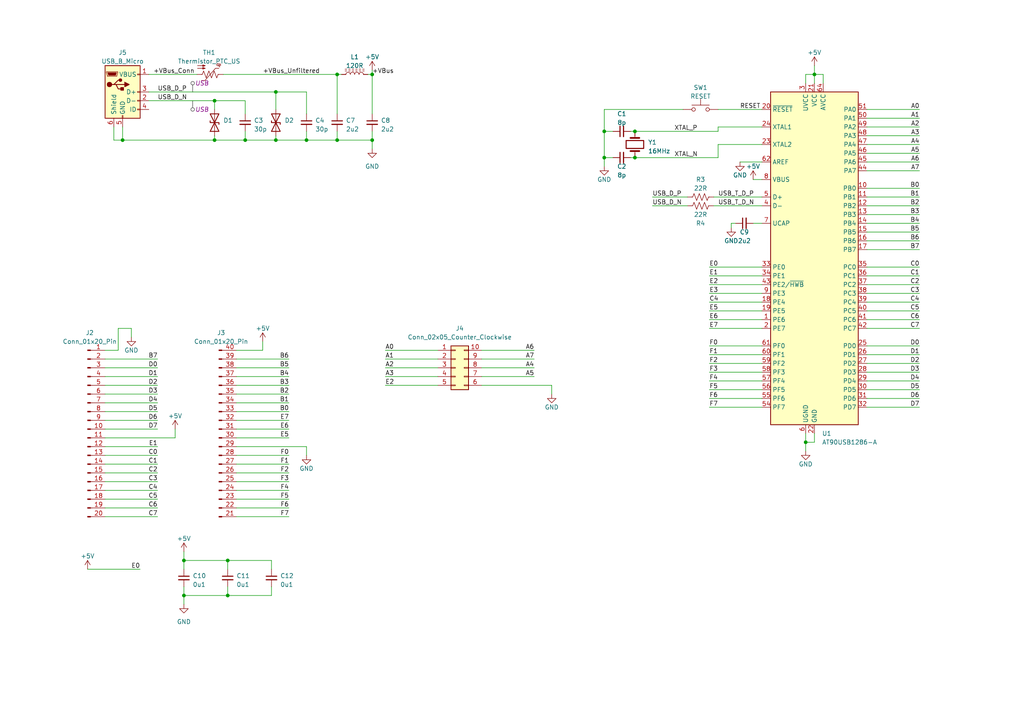
<source format=kicad_sch>
(kicad_sch (version 20250114) (generator "eeschema") (generator_version "9.0")
  (paper "A4")
  (lib_symbols
    (symbol "Conn_01x20_Pin_1" (pin_names (offset 1.016) (hide yes))
      (property "Reference" "J3" (at 0.635 27.94 0))
      (property "Value" "Conn_01x20_Pin" (at 0.635 25.4 0))
      (symbol "Conn_01x20_Pin_1_1_1"
        (rectangle (start 0.8636 22.987) (end 0 22.733) (stroke (width 0.1524)) (fill (type outline)))
        (rectangle (start 0.8636 20.447) (end 0 20.193) (stroke (width 0.1524)) (fill (type outline)))
        (rectangle (start 0.8636 17.907) (end 0 17.653) (stroke (width 0.1524)) (fill (type outline)))
        (rectangle (start 0.8636 15.367) (end 0 15.113) (stroke (width 0.1524)) (fill (type outline)))
        (rectangle (start 0.8636 12.827) (end 0 12.573) (stroke (width 0.1524)) (fill (type outline)))
        (rectangle (start 0.8636 10.287) (end 0 10.033) (stroke (width 0.1524)) (fill (type outline)))
        (rectangle (start 0.8636 7.747) (end 0 7.493) (stroke (width 0.1524)) (fill (type outline)))
        (rectangle (start 0.8636 5.207) (end 0 4.953) (stroke (width 0.1524)) (fill (type outline)))
        (rectangle (start 0.8636 2.667) (end 0 2.413) (stroke (width 0.1524)) (fill (type outline)))
        (rectangle (start 0.8636 0.127) (end 0 -0.127) (stroke (width 0.1524)) (fill (type outline)))
        (rectangle (start 0.8636 -2.413) (end 0 -2.667) (stroke (width 0.1524)) (fill (type outline)))
        (rectangle (start 0.8636 -4.953) (end 0 -5.207) (stroke (width 0.1524)) (fill (type outline)))
        (rectangle (start 0.8636 -7.493) (end 0 -7.747) (stroke (width 0.1524)) (fill (type outline)))
        (rectangle (start 0.8636 -10.033) (end 0 -10.287) (stroke (width 0.1524)) (fill (type outline)))
        (rectangle (start 0.8636 -12.573) (end 0 -12.827) (stroke (width 0.1524)) (fill (type outline)))
        (rectangle (start 0.8636 -15.113) (end 0 -15.367) (stroke (width 0.1524)) (fill (type outline)))
        (rectangle (start 0.8636 -17.653) (end 0 -17.907) (stroke (width 0.1524)) (fill (type outline)))
        (rectangle (start 0.8636 -20.193) (end 0 -20.447) (stroke (width 0.1524)) (fill (type outline)))
        (rectangle (start 0.8636 -22.733) (end 0 -22.987) (stroke (width 0.1524)) (fill (type outline)))
        (rectangle (start 0.8636 -25.273) (end 0 -25.527) (stroke (width 0.1524)) (fill (type outline)))
        (polyline (pts (xy 1.27 22.86) (xy 0.8636 22.86)) (stroke (width 0.1524)))
        (polyline (pts (xy 1.27 20.32) (xy 0.8636 20.32)) (stroke (width 0.1524)))
        (polyline (pts (xy 1.27 17.78) (xy 0.8636 17.78)) (stroke (width 0.1524)))
        (polyline (pts (xy 1.27 15.24) (xy 0.8636 15.24)) (stroke (width 0.1524)))
        (polyline (pts (xy 1.27 12.7) (xy 0.8636 12.7)) (stroke (width 0.1524)))
        (polyline (pts (xy 1.27 10.16) (xy 0.8636 10.16)) (stroke (width 0.1524)))
        (polyline (pts (xy 1.27 7.62) (xy 0.8636 7.62)) (stroke (width 0.1524)))
        (polyline (pts (xy 1.27 5.08) (xy 0.8636 5.08)) (stroke (width 0.1524)))
        (polyline (pts (xy 1.27 2.54) (xy 0.8636 2.54)) (stroke (width 0.1524)))
        (polyline (pts (xy 1.27 0) (xy 0.8636 0)) (stroke (width 0.1524)))
        (polyline (pts (xy 1.27 -2.54) (xy 0.8636 -2.54)) (stroke (width 0.1524)))
        (polyline (pts (xy 1.27 -5.08) (xy 0.8636 -5.08)) (stroke (width 0.1524)))
        (polyline (pts (xy 1.27 -7.62) (xy 0.8636 -7.62)) (stroke (width 0.1524)))
        (polyline (pts (xy 1.27 -10.16) (xy 0.8636 -10.16)) (stroke (width 0.1524)))
        (polyline (pts (xy 1.27 -12.7) (xy 0.8636 -12.7)) (stroke (width 0.1524)))
        (polyline (pts (xy 1.27 -15.24) (xy 0.8636 -15.24)) (stroke (width 0.1524)))
        (polyline (pts (xy 1.27 -17.78) (xy 0.8636 -17.78)) (stroke (width 0.1524)))
        (polyline (pts (xy 1.27 -20.32) (xy 0.8636 -20.32)) (stroke (width 0.1524)))
        (polyline (pts (xy 1.27 -22.86) (xy 0.8636 -22.86)) (stroke (width 0.1524)))
        (polyline (pts (xy 1.27 -25.4) (xy 0.8636 -25.4)) (stroke (width 0.1524)))
        (pin passive line (at 5.08 22.86 180) (length 3.81) (name "Pin_1") (number "40"))
        (pin passive line (at 5.08 20.32 180) (length 3.81) (name "Pin_2") (number "39"))
        (pin passive line (at 5.08 17.78 180) (length 3.81) (name "Pin_3") (number "38"))
        (pin passive line (at 5.08 15.24 180) (length 3.81) (name "Pin_4") (number "37"))
        (pin passive line (at 5.08 12.7 180) (length 3.81) (name "Pin_5") (number "36"))
        (pin passive line (at 5.08 10.16 180) (length 3.81) (name "Pin_6") (number "35"))
        (pin passive line (at 5.08 7.62 180) (length 3.81) (name "Pin_7") (number "34"))
        (pin passive line (at 5.08 5.08 180) (length 3.81) (name "Pin_8") (number "33"))
        (pin passive line (at 5.08 2.54 180) (length 3.81) (name "Pin_9") (number "32"))
        (pin passive line (at 5.08 0 180) (length 3.81) (name "Pin_10") (number "31"))
        (pin passive line (at 5.08 -2.54 180) (length 3.81) (name "Pin_11") (number "30"))
        (pin passive line (at 5.08 -5.08 180) (length 3.81) (name "Pin_12") (number "29"))
        (pin passive line (at 5.08 -7.62 180) (length 3.81) (name "Pin_13") (number "28"))
        (pin passive line (at 5.08 -10.16 180) (length 3.81) (name "Pin_14") (number "27"))
        (pin passive line (at 5.08 -12.7 180) (length 3.81) (name "Pin_15") (number "26"))
        (pin passive line (at 5.08 -15.24 180) (length 3.81) (name "Pin_16") (number "25"))
        (pin passive line (at 5.08 -17.78 180) (length 3.81) (name "Pin_17") (number "24"))
        (pin passive line (at 5.08 -20.32 180) (length 3.81) (name "Pin_18") (number "23"))
        (pin passive line (at 5.08 -22.86 180) (length 3.81) (name "Pin_19") (number "22"))
        (pin passive line (at 5.08 -25.4 180) (length 3.81) (name "Pin_20") (number "21"))
      )
    )
    (symbol "Connector:Conn_01x20_Pin" (pin_names (offset 1.016) (hide yes))
      (property "Reference" "J" (at 0 25.4 0))
      (property "Value" "Conn_01x20_Pin" (at 0 -27.94 0))
      (symbol "Conn_01x20_Pin_1_1"
        (rectangle (start 0.8636 22.987) (end 0 22.733) (stroke (width 0.1524)) (fill (type outline)))
        (rectangle (start 0.8636 20.447) (end 0 20.193) (stroke (width 0.1524)) (fill (type outline)))
        (rectangle (start 0.8636 17.907) (end 0 17.653) (stroke (width 0.1524)) (fill (type outline)))
        (rectangle (start 0.8636 15.367) (end 0 15.113) (stroke (width 0.1524)) (fill (type outline)))
        (rectangle (start 0.8636 12.827) (end 0 12.573) (stroke (width 0.1524)) (fill (type outline)))
        (rectangle (start 0.8636 10.287) (end 0 10.033) (stroke (width 0.1524)) (fill (type outline)))
        (rectangle (start 0.8636 7.747) (end 0 7.493) (stroke (width 0.1524)) (fill (type outline)))
        (rectangle (start 0.8636 5.207) (end 0 4.953) (stroke (width 0.1524)) (fill (type outline)))
        (rectangle (start 0.8636 2.667) (end 0 2.413) (stroke (width 0.1524)) (fill (type outline)))
        (rectangle (start 0.8636 0.127) (end 0 -0.127) (stroke (width 0.1524)) (fill (type outline)))
        (rectangle (start 0.8636 -2.413) (end 0 -2.667) (stroke (width 0.1524)) (fill (type outline)))
        (rectangle (start 0.8636 -4.953) (end 0 -5.207) (stroke (width 0.1524)) (fill (type outline)))
        (rectangle (start 0.8636 -7.493) (end 0 -7.747) (stroke (width 0.1524)) (fill (type outline)))
        (rectangle (start 0.8636 -10.033) (end 0 -10.287) (stroke (width 0.1524)) (fill (type outline)))
        (rectangle (start 0.8636 -12.573) (end 0 -12.827) (stroke (width 0.1524)) (fill (type outline)))
        (rectangle (start 0.8636 -15.113) (end 0 -15.367) (stroke (width 0.1524)) (fill (type outline)))
        (rectangle (start 0.8636 -17.653) (end 0 -17.907) (stroke (width 0.1524)) (fill (type outline)))
        (rectangle (start 0.8636 -20.193) (end 0 -20.447) (stroke (width 0.1524)) (fill (type outline)))
        (rectangle (start 0.8636 -22.733) (end 0 -22.987) (stroke (width 0.1524)) (fill (type outline)))
        (rectangle (start 0.8636 -25.273) (end 0 -25.527) (stroke (width 0.1524)) (fill (type outline)))
        (polyline (pts (xy 1.27 22.86) (xy 0.8636 22.86)) (stroke (width 0.1524)))
        (polyline (pts (xy 1.27 20.32) (xy 0.8636 20.32)) (stroke (width 0.1524)))
        (polyline (pts (xy 1.27 17.78) (xy 0.8636 17.78)) (stroke (width 0.1524)))
        (polyline (pts (xy 1.27 15.24) (xy 0.8636 15.24)) (stroke (width 0.1524)))
        (polyline (pts (xy 1.27 12.7) (xy 0.8636 12.7)) (stroke (width 0.1524)))
        (polyline (pts (xy 1.27 10.16) (xy 0.8636 10.16)) (stroke (width 0.1524)))
        (polyline (pts (xy 1.27 7.62) (xy 0.8636 7.62)) (stroke (width 0.1524)))
        (polyline (pts (xy 1.27 5.08) (xy 0.8636 5.08)) (stroke (width 0.1524)))
        (polyline (pts (xy 1.27 2.54) (xy 0.8636 2.54)) (stroke (width 0.1524)))
        (polyline (pts (xy 1.27 0) (xy 0.8636 0)) (stroke (width 0.1524)))
        (polyline (pts (xy 1.27 -2.54) (xy 0.8636 -2.54)) (stroke (width 0.1524)))
        (polyline (pts (xy 1.27 -5.08) (xy 0.8636 -5.08)) (stroke (width 0.1524)))
        (polyline (pts (xy 1.27 -7.62) (xy 0.8636 -7.62)) (stroke (width 0.1524)))
        (polyline (pts (xy 1.27 -10.16) (xy 0.8636 -10.16)) (stroke (width 0.1524)))
        (polyline (pts (xy 1.27 -12.7) (xy 0.8636 -12.7)) (stroke (width 0.1524)))
        (polyline (pts (xy 1.27 -15.24) (xy 0.8636 -15.24)) (stroke (width 0.1524)))
        (polyline (pts (xy 1.27 -17.78) (xy 0.8636 -17.78)) (stroke (width 0.1524)))
        (polyline (pts (xy 1.27 -20.32) (xy 0.8636 -20.32)) (stroke (width 0.1524)))
        (polyline (pts (xy 1.27 -22.86) (xy 0.8636 -22.86)) (stroke (width 0.1524)))
        (polyline (pts (xy 1.27 -25.4) (xy 0.8636 -25.4)) (stroke (width 0.1524)))
        (pin passive line (at 5.08 22.86 180) (length 3.81) (name "Pin_1") (number "1"))
        (pin passive line (at 5.08 20.32 180) (length 3.81) (name "Pin_2") (number "2"))
        (pin passive line (at 5.08 17.78 180) (length 3.81) (name "Pin_3") (number "3"))
        (pin passive line (at 5.08 15.24 180) (length 3.81) (name "Pin_4") (number "4"))
        (pin passive line (at 5.08 12.7 180) (length 3.81) (name "Pin_5") (number "5"))
        (pin passive line (at 5.08 10.16 180) (length 3.81) (name "Pin_6") (number "6"))
        (pin passive line (at 5.08 7.62 180) (length 3.81) (name "Pin_7") (number "7"))
        (pin passive line (at 5.08 5.08 180) (length 3.81) (name "Pin_8") (number "8"))
        (pin passive line (at 5.08 2.54 180) (length 3.81) (name "Pin_9") (number "9"))
        (pin passive line (at 5.08 0 180) (length 3.81) (name "Pin_10") (number "10"))
        (pin passive line (at 5.08 -2.54 180) (length 3.81) (name "Pin_11") (number "11"))
        (pin passive line (at 5.08 -5.08 180) (length 3.81) (name "Pin_12") (number "12"))
        (pin passive line (at 5.08 -7.62 180) (length 3.81) (name "Pin_13") (number "13"))
        (pin passive line (at 5.08 -10.16 180) (length 3.81) (name "Pin_14") (number "14"))
        (pin passive line (at 5.08 -12.7 180) (length 3.81) (name "Pin_15") (number "15"))
        (pin passive line (at 5.08 -15.24 180) (length 3.81) (name "Pin_16") (number "16"))
        (pin passive line (at 5.08 -17.78 180) (length 3.81) (name "Pin_17") (number "17"))
        (pin passive line (at 5.08 -20.32 180) (length 3.81) (name "Pin_18") (number "18"))
        (pin passive line (at 5.08 -22.86 180) (length 3.81) (name "Pin_19") (number "19"))
        (pin passive line (at 5.08 -25.4 180) (length 3.81) (name "Pin_20") (number "20"))
      )
    )
    (symbol "Connector:USB_B_Micro" (pin_names (offset 1.016))
      (property "Reference" "J" (at -5.08 11.43 0))
      (property "Value" "USB_B_Micro" (at -5.08 8.89 0))
      (symbol "USB_B_Micro_0_1"
        (rectangle (start -5.08 -7.62) (end 5.08 7.62) (stroke (width 0.254)) (fill (type background)))
        (polyline (pts (xy -4.699 5.842) (xy -4.699 5.588) (xy -4.445 4.826) (xy -4.445 4.572) (xy -1.651 4.572) (xy -1.651 4.826) (xy -1.397 5.588) (xy -1.397 5.842) (xy -4.699 5.842)))
        (polyline (pts (xy -4.318 5.588) (xy -1.778 5.588) (xy -2.032 4.826) (xy -4.064 4.826) (xy -4.318 5.588)) (fill (type outline)))
        (circle (center -3.81 2.159) (radius 0.635) (stroke (width 0.254)) (fill (type outline)))
        (polyline (pts (xy -3.175 2.159) (xy -2.54 2.159) (xy -1.27 3.429) (xy -0.635 3.429)) (stroke (width 0.254)))
        (polyline (pts (xy -2.54 2.159) (xy -1.905 2.159) (xy -1.27 0.889) (xy 0 0.889)) (stroke (width 0.254)))
        (polyline (pts (xy -1.905 2.159) (xy 0.635 2.159)) (stroke (width 0.254)))
        (circle (center -0.635 3.429) (radius 0.381) (stroke (width 0.254)) (fill (type outline)))
        (rectangle (start -0.127 -7.62) (end 0.127 -6.858))
        (rectangle (start 0.254 1.27) (end -0.508 0.508) (stroke (width 0.254)) (fill (type outline)))
        (polyline (pts (xy 0.635 2.794) (xy 0.635 1.524) (xy 1.905 2.159) (xy 0.635 2.794)) (stroke (width 0.254)) (fill (type outline)))
        (rectangle (start 5.08 4.953) (end 4.318 5.207))
        (rectangle (start 5.08 -0.127) (end 4.318 0.127))
        (rectangle (start 5.08 -2.667) (end 4.318 -2.413))
        (rectangle (start 5.08 -5.207) (end 4.318 -4.953))
      )
      (symbol "USB_B_Micro_1_1"
        (pin passive line (at -2.54 -10.16 90) (length 2.54) (name "Shield") (number "6"))
        (pin power_out line (at 0 -10.16 90) (length 2.54) (name "GND") (number "5"))
        (pin power_out line (at 7.62 5.08 180) (length 2.54) (name "VBUS") (number "1"))
        (pin bidirectional line (at 7.62 0 180) (length 2.54) (name "D+") (number "3"))
        (pin bidirectional line (at 7.62 -2.54 180) (length 2.54) (name "D-") (number "2"))
        (pin passive line (at 7.62 -5.08 180) (length 2.54) (name "ID") (number "4"))
      )
    )
    (symbol "Connector_Generic:Conn_02x05_Counter_Clockwise" (pin_names (offset 1.016) (hide yes))
      (property "Reference" "J" (at 1.27 7.62 0))
      (property "Value" "Conn_02x05_Counter_Clockwise" (at 1.27 -7.62 0))
      (symbol "Conn_02x05_Counter_Clockwise_1_1"
        (rectangle (start -1.27 6.35) (end 3.81 -6.35) (stroke (width 0.254)) (fill (type background)))
        (rectangle (start -1.27 5.207) (end 0 4.953) (stroke (width 0.1524)))
        (rectangle (start -1.27 2.667) (end 0 2.413) (stroke (width 0.1524)))
        (rectangle (start -1.27 0.127) (end 0 -0.127) (stroke (width 0.1524)))
        (rectangle (start -1.27 -2.413) (end 0 -2.667) (stroke (width 0.1524)))
        (rectangle (start -1.27 -4.953) (end 0 -5.207) (stroke (width 0.1524)))
        (rectangle (start 3.81 5.207) (end 2.54 4.953) (stroke (width 0.1524)))
        (rectangle (start 3.81 2.667) (end 2.54 2.413) (stroke (width 0.1524)))
        (rectangle (start 3.81 0.127) (end 2.54 -0.127) (stroke (width 0.1524)))
        (rectangle (start 3.81 -2.413) (end 2.54 -2.667) (stroke (width 0.1524)))
        (rectangle (start 3.81 -4.953) (end 2.54 -5.207) (stroke (width 0.1524)))
        (pin passive line (at -5.08 5.08 0) (length 3.81) (name "Pin_1") (number "1"))
        (pin passive line (at -5.08 2.54 0) (length 3.81) (name "Pin_2") (number "2"))
        (pin passive line (at -5.08 0 0) (length 3.81) (name "Pin_3") (number "3"))
        (pin passive line (at -5.08 -2.54 0) (length 3.81) (name "Pin_4") (number "4"))
        (pin passive line (at -5.08 -5.08 0) (length 3.81) (name "Pin_5") (number "5"))
        (pin passive line (at 7.62 5.08 180) (length 3.81) (name "Pin_10") (number "10"))
        (pin passive line (at 7.62 2.54 180) (length 3.81) (name "Pin_9") (number "9"))
        (pin passive line (at 7.62 0 180) (length 3.81) (name "Pin_8") (number "8"))
        (pin passive line (at 7.62 -2.54 180) (length 3.81) (name "Pin_7") (number "7"))
        (pin passive line (at 7.62 -5.08 180) (length 3.81) (name "Pin_6") (number "6"))
      )
    )
    (symbol "Device:C_Small" (pin_numbers (hide yes)) (pin_names (offset 0.254) (hide yes))
      (property "Reference" "C" (at 0.254 1.778 0))
      (property "Value" "C_Small" (at 0.254 -2.032 0))
      (symbol "C_Small_0_1"
        (polyline (pts (xy -1.524 0.508) (xy 1.524 0.508)) (stroke (width 0.3048)))
        (polyline (pts (xy -1.524 -0.508) (xy 1.524 -0.508)) (stroke (width 0.3302)))
      )
      (symbol "C_Small_1_1"
        (pin passive line (at 0 2.54 270) (length 2.032) (name "~") (number "1"))
        (pin passive line (at 0 -2.54 90) (length 2.032) (name "~") (number "2"))
      )
    )
    (symbol "Device:Crystal" (pin_numbers (hide yes)) (pin_names (offset 1.016) (hide yes))
      (property "Reference" "Y" (at 0 3.81 0))
      (property "Value" "Crystal" (at 0 -3.81 0))
      (symbol "Crystal_0_1"
        (polyline (pts (xy -2.54 0) (xy -1.905 0)))
        (polyline (pts (xy -1.905 -1.27) (xy -1.905 1.27)) (stroke (width 0.508)))
        (rectangle (start -1.143 2.54) (end 1.143 -2.54) (stroke (width 0.3048)))
        (polyline (pts (xy 1.905 -1.27) (xy 1.905 1.27)) (stroke (width 0.508)))
        (polyline (pts (xy 2.54 0) (xy 1.905 0)))
      )
      (symbol "Crystal_1_1"
        (pin passive line (at -3.81 0 0) (length 1.27) (name "1") (number "1"))
        (pin passive line (at 3.81 0 180) (length 1.27) (name "2") (number "2"))
      )
    )
    (symbol "Device:D_TVS" (pin_numbers (hide yes)) (pin_names (offset 1.016) (hide yes))
      (property "Reference" "D" (at 0 2.54 0))
      (property "Value" "D_TVS" (at 0 -2.54 0))
      (symbol "D_TVS_0_1"
        (polyline (pts (xy -2.54 1.27) (xy -2.54 -1.27) (xy 2.54 1.27) (xy 2.54 -1.27) (xy -2.54 1.27)) (stroke (width 0.254)))
        (polyline (pts (xy 0.508 1.27) (xy 0 1.27) (xy 0 -1.27) (xy -0.508 -1.27)) (stroke (width 0.254)))
        (polyline (pts (xy 1.27 0) (xy -1.27 0)))
      )
      (symbol "D_TVS_1_1"
        (pin passive line (at -3.81 0 0) (length 2.54) (name "A1") (number "1"))
        (pin passive line (at 3.81 0 180) (length 2.54) (name "A2") (number "2"))
      )
    )
    (symbol "Device:L_Ferrite" (pin_numbers (hide yes)) (pin_names (offset 1.016) (hide yes))
      (property "Reference" "L" (at -1.27 0 90))
      (property "Value" "L_Ferrite" (at 2.794 0 90))
      (symbol "L_Ferrite_0_1"
        (arc (start 0 2.54) (mid 0.6323 1.905) (end 0 1.27))
        (arc (start 0 1.27) (mid 0.6323 0.635) (end 0 0))
        (arc (start 0 0) (mid 0.6323 -0.635) (end 0 -1.27))
        (arc (start 0 -1.27) (mid 0.6323 -1.905) (end 0 -2.54))
        (polyline (pts (xy 1.016 2.286) (xy 1.016 2.794)))
        (polyline (pts (xy 1.016 1.27) (xy 1.016 1.778)))
        (polyline (pts (xy 1.016 0.254) (xy 1.016 0.762)))
        (polyline (pts (xy 1.016 -0.762) (xy 1.016 -0.254)))
        (polyline (pts (xy 1.016 -1.778) (xy 1.016 -1.27)))
        (polyline (pts (xy 1.016 -2.794) (xy 1.016 -2.286)))
        (polyline (pts (xy 1.524 2.794) (xy 1.524 2.286)))
        (polyline (pts (xy 1.524 1.778) (xy 1.524 1.27)))
        (polyline (pts (xy 1.524 0.762) (xy 1.524 0.254)))
        (polyline (pts (xy 1.524 -0.254) (xy 1.524 -0.762)))
        (polyline (pts (xy 1.524 -1.27) (xy 1.524 -1.778)))
        (polyline (pts (xy 1.524 -2.286) (xy 1.524 -2.794)))
      )
      (symbol "L_Ferrite_1_1"
        (pin passive line (at 0 3.81 270) (length 1.27) (name "1") (number "1"))
        (pin passive line (at 0 -3.81 90) (length 1.27) (name "2") (number "2"))
      )
    )
    (symbol "Device:R_US" (pin_numbers (hide yes)) (pin_names (offset 0))
      (property "Reference" "R" (at 2.54 0 90))
      (property "Value" "R_US" (at -2.54 0 90))
      (symbol "R_US_0_1"
        (polyline (pts (xy 0 2.286) (xy 0 2.54)))
        (polyline (pts (xy 0 2.286) (xy 1.016 1.905) (xy 0 1.524) (xy -1.016 1.143) (xy 0 0.762)))
        (polyline (pts (xy 0 0.762) (xy 1.016 0.381) (xy 0 0) (xy -1.016 -0.381) (xy 0 -0.762)))
        (polyline (pts (xy 0 -0.762) (xy 1.016 -1.143) (xy 0 -1.524) (xy -1.016 -1.905) (xy 0 -2.286)))
        (polyline (pts (xy 0 -2.286) (xy 0 -2.54)))
      )
      (symbol "R_US_1_1"
        (pin passive line (at 0 3.81 270) (length 1.27) (name "~") (number "1"))
        (pin passive line (at 0 -3.81 90) (length 1.27) (name "~") (number "2"))
      )
    )
    (symbol "Device:Thermistor_PTC_US" (pin_numbers (hide yes)) (pin_names (offset 0))
      (property "Reference" "TH" (at -4.064 0 90))
      (property "Value" "Thermistor_PTC_US" (at 3.048 0 90))
      (symbol "Thermistor_PTC_US_0_1"
        (arc (start -3.175 2.413) (mid -3.0506 2.3165) (end -3.048 2.159))
        (arc (start -3.048 2.794) (mid -2.9736 2.9736) (end -2.794 3.048))
        (arc (start -2.794 3.048) (mid -2.6144 2.9736) (end -2.54 2.794))
        (arc (start -2.794 2.54) (mid -2.9736 2.6144) (end -3.048 2.794))
        (arc (start -2.794 1.905) (mid -2.9736 1.9794) (end -3.048 2.159))
        (arc (start -2.54 2.159) (mid -2.6144 1.9794) (end -2.794 1.905))
        (arc (start -2.159 2.794) (mid -2.434 2.5608) (end -2.794 2.54))
        (polyline (pts (xy -2.54 2.159) (xy -2.54 2.794)))
        (polyline (pts (xy -2.54 -3.683) (xy -2.54 -1.397) (xy -2.794 -2.159) (xy -2.286 -2.159) (xy -2.54 -1.397) (xy -2.54 -1.651)) (fill (type outline)))
        (polyline (pts (xy -1.778 2.54) (xy -1.778 1.524) (xy 1.778 -1.524) (xy 1.778 -2.54)))
        (polyline (pts (xy -1.778 -3.683) (xy -1.778 -1.397) (xy -2.032 -2.159) (xy -1.524 -2.159) (xy -1.778 -1.397) (xy -1.778 -1.651)) (fill (type outline)))
        (polyline (pts (xy 0 2.286) (xy 0 2.54)))
        (polyline (pts (xy 0 2.286) (xy 1.016 1.905) (xy 0 1.524) (xy -1.016 1.143) (xy 0 0.762)))
        (polyline (pts (xy 0 0.762) (xy 1.016 0.381) (xy 0 0) (xy -1.016 -0.381) (xy 0 -0.762)))
        (polyline (pts (xy 0 -0.762) (xy 1.016 -1.143) (xy 0 -1.524) (xy -1.016 -1.905) (xy 0 -2.286)))
        (polyline (pts (xy 0 -2.286) (xy 0 -2.54)))
      )
      (symbol "Thermistor_PTC_US_1_1"
        (pin passive line (at 0 3.81 270) (length 1.27) (name "~") (number "1"))
        (pin passive line (at 0 -3.81 90) (length 1.27) (name "~") (number "2"))
      )
    )
    (symbol "MCU_Microchip_AVR:AT90USB1286-M"
      (property "Reference" "U" (at -12.7 49.53 0))
      (property "Value" "AT90USB1286-M" (at 2.54 -49.53 0))
      (symbol "AT90USB1286-M_0_1"
        (rectangle (start -12.7 -48.26) (end 12.7 48.26) (stroke (width 0.254)) (fill (type background)))
      )
      (symbol "AT90USB1286-M_1_1"
        (pin input line (at -15.24 43.18 0) (length 2.54) (name "~{RESET}") (number "20"))
        (pin input line (at -15.24 38.1 0) (length 2.54) (name "XTAL1") (number "24"))
        (pin output line (at -15.24 33.02 0) (length 2.54) (name "XTAL2") (number "23"))
        (pin passive line (at -15.24 27.94 0) (length 2.54) (name "AREF") (number "62"))
        (pin input line (at -15.24 22.86 0) (length 2.54) (name "VBUS") (number "8"))
        (pin bidirectional line (at -15.24 17.78 0) (length 2.54) (name "D+") (number "5"))
        (pin bidirectional line (at -15.24 15.24 0) (length 2.54) (name "D-") (number "4"))
        (pin passive line (at -15.24 10.16 0) (length 2.54) (name "UCAP") (number "7"))
        (pin bidirectional line (at -15.24 -2.54 0) (length 2.54) (name "PE0") (number "33"))
        (pin bidirectional line (at -15.24 -5.08 0) (length 2.54) (name "PE1") (number "34"))
        (pin bidirectional line (at -15.24 -7.62 0) (length 2.54) (name "PE2/~{HWB}") (number "43"))
        (pin bidirectional line (at -15.24 -10.16 0) (length 2.54) (name "PE3") (number "9"))
        (pin bidirectional line (at -15.24 -12.7 0) (length 2.54) (name "PE4") (number "18"))
        (pin bidirectional line (at -15.24 -15.24 0) (length 2.54) (name "PE5") (number "19"))
        (pin bidirectional line (at -15.24 -17.78 0) (length 2.54) (name "PE6") (number "1"))
        (pin bidirectional line (at -15.24 -20.32 0) (length 2.54) (name "PE7") (number "2"))
        (pin bidirectional line (at -15.24 -25.4 0) (length 2.54) (name "PF0") (number "61"))
        (pin bidirectional line (at -15.24 -27.94 0) (length 2.54) (name "PF1") (number "60"))
        (pin bidirectional line (at -15.24 -30.48 0) (length 2.54) (name "PF2") (number "59"))
        (pin bidirectional line (at -15.24 -33.02 0) (length 2.54) (name "PF3") (number "58"))
        (pin bidirectional line (at -15.24 -35.56 0) (length 2.54) (name "PF4") (number "57"))
        (pin bidirectional line (at -15.24 -38.1 0) (length 2.54) (name "PF5") (number "56"))
        (pin bidirectional line (at -15.24 -40.64 0) (length 2.54) (name "PF6") (number "55"))
        (pin bidirectional line (at -15.24 -43.18 0) (length 2.54) (name "PF7") (number "54"))
        (pin power_in line (at -2.54 50.8 270) (length 2.54) (name "UVCC") (number "3"))
        (pin power_in line (at -2.54 -50.8 90) (length 2.54) (name "UGND") (number "6"))
        (pin power_in line (at 0 50.8 270) (length 2.54) (name "VCC") (number "21"))
        (pin passive line (at 0 50.8 270) (length 2.54) (hide yes) (name "VCC") (number "52"))
        (pin power_in line (at 0 -50.8 90) (length 2.54) (name "GND") (number "22"))
        (pin passive line (at 0 -50.8 90) (length 2.54) (hide yes) (name "GND") (number "53"))
        (pin passive line (at 0 -50.8 90) (length 2.54) (hide yes) (name "GND") (number "63"))
        (pin passive line (at 0 -50.8 90) (length 2.54) (hide yes) (name "GND") (number "65"))
        (pin power_in line (at 2.54 50.8 270) (length 2.54) (name "AVCC") (number "64"))
        (pin bidirectional line (at 15.24 43.18 180) (length 2.54) (name "PA0") (number "51"))
        (pin bidirectional line (at 15.24 40.64 180) (length 2.54) (name "PA1") (number "50"))
        (pin bidirectional line (at 15.24 38.1 180) (length 2.54) (name "PA2") (number "49"))
        (pin bidirectional line (at 15.24 35.56 180) (length 2.54) (name "PA3") (number "48"))
        (pin bidirectional line (at 15.24 33.02 180) (length 2.54) (name "PA4") (number "47"))
        (pin bidirectional line (at 15.24 30.48 180) (length 2.54) (name "PA5") (number "46"))
        (pin bidirectional line (at 15.24 27.94 180) (length 2.54) (name "PA6") (number "45"))
        (pin bidirectional line (at 15.24 25.4 180) (length 2.54) (name "PA7") (number "44"))
        (pin bidirectional line (at 15.24 20.32 180) (length 2.54) (name "PB0") (number "10"))
        (pin bidirectional line (at 15.24 17.78 180) (length 2.54) (name "PB1") (number "11"))
        (pin bidirectional line (at 15.24 15.24 180) (length 2.54) (name "PB2") (number "12"))
        (pin bidirectional line (at 15.24 12.7 180) (length 2.54) (name "PB3") (number "13"))
        (pin bidirectional line (at 15.24 10.16 180) (length 2.54) (name "PB4") (number "14"))
        (pin bidirectional line (at 15.24 7.62 180) (length 2.54) (name "PB5") (number "15"))
        (pin bidirectional line (at 15.24 5.08 180) (length 2.54) (name "PB6") (number "16"))
        (pin bidirectional line (at 15.24 2.54 180) (length 2.54) (name "PB7") (number "17"))
        (pin bidirectional line (at 15.24 -2.54 180) (length 2.54) (name "PC0") (number "35"))
        (pin bidirectional line (at 15.24 -5.08 180) (length 2.54) (name "PC1") (number "36"))
        (pin bidirectional line (at 15.24 -7.62 180) (length 2.54) (name "PC2") (number "37"))
        (pin bidirectional line (at 15.24 -10.16 180) (length 2.54) (name "PC3") (number "38"))
        (pin bidirectional line (at 15.24 -12.7 180) (length 2.54) (name "PC4") (number "39"))
        (pin bidirectional line (at 15.24 -15.24 180) (length 2.54) (name "PC5") (number "40"))
        (pin bidirectional line (at 15.24 -17.78 180) (length 2.54) (name "PC6") (number "41"))
        (pin bidirectional line (at 15.24 -20.32 180) (length 2.54) (name "PC7") (number "42"))
        (pin bidirectional line (at 15.24 -25.4 180) (length 2.54) (name "PD0") (number "25"))
        (pin bidirectional line (at 15.24 -27.94 180) (length 2.54) (name "PD1") (number "26"))
        (pin bidirectional line (at 15.24 -30.48 180) (length 2.54) (name "PD2") (number "27"))
        (pin bidirectional line (at 15.24 -33.02 180) (length 2.54) (name "PD3") (number "28"))
        (pin bidirectional line (at 15.24 -35.56 180) (length 2.54) (name "PD4") (number "29"))
        (pin bidirectional line (at 15.24 -38.1 180) (length 2.54) (name "PD5") (number "30"))
        (pin bidirectional line (at 15.24 -40.64 180) (length 2.54) (name "PD6") (number "31"))
        (pin bidirectional line (at 15.24 -43.18 180) (length 2.54) (name "PD7") (number "32"))
      )
    )
    (symbol "Switch:SW_Push" (pin_numbers (hide yes)) (pin_names (offset 1.016) (hide yes))
      (property "Reference" "SW" (at 1.27 2.54 0))
      (property "Value" "SW_Push" (at 0 -1.524 0))
      (symbol "SW_Push_0_1"
        (circle (center -2.032 0) (radius 0.508))
        (polyline (pts (xy 0 1.27) (xy 0 3.048)))
        (circle (center 2.032 0) (radius 0.508))
        (polyline (pts (xy 2.54 1.27) (xy -2.54 1.27)))
        (pin passive line (at -5.08 0 0) (length 2.54) (name "1") (number "1"))
        (pin passive line (at 5.08 0 180) (length 2.54) (name "2") (number "2"))
      )
    )
    (symbol "power:+5V" (power) (pin_names (offset 0))
      (property "Value" "+5V" (at 0 3.556 0))
      (symbol "+5V_0_1"
        (polyline (pts (xy -0.762 1.27) (xy 0 2.54)))
        (polyline (pts (xy 0 2.54) (xy 0.762 1.27)))
        (polyline (pts (xy 0 0) (xy 0 2.54)))
      )
      (symbol "+5V_1_1"
        (pin power_in line (at 0 0 90) (length 0) (hide yes) (name "+5V") (number "1"))
      )
    )
    (symbol "power:GND" (power) (pin_names (offset 0))
      (property "Value" "GND" (at 0 -3.81 0))
      (symbol "GND_0_1"
        (polyline (pts (xy 0 0) (xy 0 -1.27) (xy 1.27 -1.27) (xy 0 -2.54) (xy -1.27 -1.27) (xy 0 -1.27)))
      )
      (symbol "GND_1_1"
        (pin power_in line (at 0 0 270) (length 0) (hide yes) (name "GND") (number "1"))
      )
    )
  )
  (junction (at 233.68 128.27))
  (junction (at 66.04 162.56))
  (junction (at 107.95 21.59))
  (junction (at 66.04 172.72))
  (junction (at 236.22 21.59))
  (junction (at 35.56 40.64))
  (junction (at 53.34 162.56))
  (junction (at 184.15 45.72))
  (junction (at 97.79 40.64))
  (junction (at 62.23 29.21))
  (junction (at 80.01 40.64))
  (junction (at 88.9 40.64))
  (junction (at 80.01 26.67))
  (junction (at 107.95 40.64))
  (junction (at 62.23 40.64))
  (junction (at 184.15 38.1))
  (junction (at 97.79 21.59))
  (junction (at 175.26 45.72))
  (junction (at 71.12 40.64))
  (junction (at 53.34 172.72))
  (junction (at 175.26 38.1))
  (wire (pts (xy 208.28 38.1) (xy 208.28 36.83)))
  (wire (pts (xy 233.68 125.73) (xy 233.68 128.27)))
  (wire (pts (xy 127 109.22) (xy 111.76 109.22)))
  (wire (pts (xy 220.98 90.17) (xy 205.74 90.17)))
  (wire (pts (xy 68.58 144.78) (xy 83.82 144.78)))
  (wire (pts (xy 88.9 26.67) (xy 88.9 33.02)))
  (wire (pts (xy 64.77 21.59) (xy 97.79 21.59)))
  (wire (pts (xy 175.26 48.26) (xy 175.26 45.72)))
  (wire (pts (xy 30.48 111.76) (xy 45.72 111.76)))
  (wire (pts (xy 30.48 132.08) (xy 45.72 132.08)))
  (wire (pts (xy 175.26 31.75) (xy 198.12 31.75)))
  (wire (pts (xy 220.98 82.55) (xy 205.74 82.55)))
  (wire (pts (xy 220.98 118.11) (xy 205.74 118.11)))
  (wire (pts (xy 88.9 40.64) (xy 80.01 40.64)))
  (wire (pts (xy 71.12 40.64) (xy 62.23 40.64)))
  (wire (pts (xy 68.58 137.16) (xy 83.82 137.16)))
  (wire (pts (xy 30.48 144.78) (xy 45.72 144.78)))
  (wire (pts (xy 106.68 21.59) (xy 107.95 21.59)))
  (wire (pts (xy 50.8 124.46) (xy 50.8 127)))
  (wire (pts (xy 220.98 102.87) (xy 205.74 102.87)))
  (wire (pts (xy 30.48 129.54) (xy 45.72 129.54)))
  (wire (pts (xy 107.95 20.32) (xy 107.95 21.59)))
  (wire (pts (xy 68.58 129.54) (xy 88.9 129.54)))
  (wire (pts (xy 68.58 139.7) (xy 83.82 139.7)))
  (wire (pts (xy 30.48 116.84) (xy 45.72 116.84)))
  (wire (pts (xy 220.98 100.33) (xy 205.74 100.33)))
  (wire (pts (xy 207.01 59.69) (xy 220.98 59.69)))
  (wire (pts (xy 236.22 125.73) (xy 236.22 128.27)))
  (wire (pts (xy 80.01 26.67) (xy 88.9 26.67)))
  (wire (pts (xy 30.48 149.86) (xy 45.72 149.86)))
  (wire (pts (xy 53.34 165.1) (xy 53.34 162.56)))
  (wire (pts (xy 78.74 172.72) (xy 78.74 170.18)))
  (wire (pts (xy 233.68 128.27) (xy 233.68 130.81)))
  (wire (pts (xy 53.34 162.56) (xy 66.04 162.56)))
  (wire (pts (xy 30.48 127) (xy 50.8 127)))
  (wire (pts (xy 251.46 100.33) (xy 266.7 100.33)))
  (wire (pts (xy 97.79 40.64) (xy 88.9 40.64)))
  (wire (pts (xy 30.48 106.68) (xy 45.72 106.68)))
  (wire (pts (xy 251.46 49.53) (xy 266.7 49.53)))
  (wire (pts (xy 139.7 109.22) (xy 154.94 109.22)))
  (wire (pts (xy 71.12 38.1) (xy 71.12 40.64)))
  (wire (pts (xy 97.79 21.59) (xy 97.79 33.02)))
  (wire (pts (xy 220.98 92.71) (xy 205.74 92.71)))
  (wire (pts (xy 208.28 36.83) (xy 220.98 36.83)))
  (wire (pts (xy 220.98 113.03) (xy 205.74 113.03)))
  (wire (pts (xy 30.48 147.32) (xy 45.72 147.32)))
  (wire (pts (xy 30.48 114.3) (xy 45.72 114.3)))
  (wire (pts (xy 251.46 72.39) (xy 266.7 72.39)))
  (wire (pts (xy 68.58 134.62) (xy 83.82 134.62)))
  (wire (pts (xy 220.98 85.09) (xy 205.74 85.09)))
  (wire (pts (xy 251.46 69.85) (xy 266.7 69.85)))
  (wire (pts (xy 251.46 64.77) (xy 266.7 64.77)))
  (wire (pts (xy 251.46 113.03) (xy 266.7 113.03)))
  (wire (pts (xy 233.68 24.13) (xy 233.68 21.59)))
  (wire (pts (xy 68.58 114.3) (xy 83.82 114.3)))
  (wire (pts (xy 208.28 31.75) (xy 220.98 31.75)))
  (wire (pts (xy 182.88 45.72) (xy 184.15 45.72)))
  (wire (pts (xy 97.79 21.59) (xy 99.06 21.59)))
  (wire (pts (xy 43.18 26.67) (xy 80.01 26.67)))
  (wire (pts (xy 220.98 110.49) (xy 205.74 110.49)))
  (wire (pts (xy 139.7 101.6) (xy 154.94 101.6)))
  (wire (pts (xy 66.04 162.56) (xy 78.74 162.56)))
  (wire (pts (xy 139.7 104.14) (xy 154.94 104.14)))
  (wire (pts (xy 53.34 172.72) (xy 53.34 175.26)))
  (wire (pts (xy 208.28 41.91) (xy 220.98 41.91)))
  (wire (pts (xy 220.98 95.25) (xy 205.74 95.25)))
  (wire (pts (xy 66.04 172.72) (xy 78.74 172.72)))
  (wire (pts (xy 68.58 147.32) (xy 83.82 147.32)))
  (wire (pts (xy 88.9 38.1) (xy 88.9 40.64)))
  (wire (pts (xy 80.01 39.37) (xy 80.01 40.64)))
  (wire (pts (xy 251.46 67.31) (xy 266.7 67.31)))
  (wire (pts (xy 68.58 109.22) (xy 83.82 109.22)))
  (wire (pts (xy 25.4 165.1) (xy 40.64 165.1)))
  (wire (pts (xy 220.98 105.41) (xy 205.74 105.41)))
  (wire (pts (xy 207.01 57.15) (xy 220.98 57.15)))
  (wire (pts (xy 160.02 111.76) (xy 160.02 114.3)))
  (wire (pts (xy 33.02 36.83) (xy 33.02 40.64)))
  (wire (pts (xy 212.09 64.77) (xy 212.09 66.04)))
  (wire (pts (xy 175.26 45.72) (xy 177.8 45.72)))
  (wire (pts (xy 220.98 115.57) (xy 205.74 115.57)))
  (wire (pts (xy 38.1 95.25) (xy 38.1 97.79)))
  (wire (pts (xy 208.28 45.72) (xy 208.28 41.91)))
  (wire (pts (xy 189.23 57.15) (xy 199.39 57.15)))
  (wire (pts (xy 68.58 119.38) (xy 83.82 119.38)))
  (wire (pts (xy 71.12 29.21) (xy 71.12 33.02)))
  (wire (pts (xy 88.9 129.54) (xy 88.9 132.08)))
  (wire (pts (xy 220.98 87.63) (xy 205.74 87.63)))
  (wire (pts (xy 184.15 38.1) (xy 182.88 38.1)))
  (wire (pts (xy 251.46 92.71) (xy 266.7 92.71)))
  (wire (pts (xy 78.74 162.56) (xy 78.74 165.1)))
  (wire (pts (xy 218.44 52.07) (xy 220.98 52.07)))
  (wire (pts (xy 30.48 109.22) (xy 45.72 109.22)))
  (wire (pts (xy 251.46 62.23) (xy 266.7 62.23)))
  (wire (pts (xy 220.98 80.01) (xy 205.74 80.01)))
  (wire (pts (xy 251.46 39.37) (xy 266.7 39.37)))
  (wire (pts (xy 218.44 64.77) (xy 220.98 64.77)))
  (wire (pts (xy 184.15 38.1) (xy 208.28 38.1)))
  (wire (pts (xy 30.48 101.6) (xy 34.29 101.6)))
  (wire (pts (xy 238.76 21.59) (xy 238.76 24.13)))
  (wire (pts (xy 251.46 36.83) (xy 266.7 36.83)))
  (wire (pts (xy 251.46 118.11) (xy 266.7 118.11)))
  (wire (pts (xy 251.46 90.17) (xy 266.7 90.17)))
  (wire (pts (xy 175.26 45.72) (xy 175.26 38.1)))
  (wire (pts (xy 30.48 121.92) (xy 45.72 121.92)))
  (wire (pts (xy 30.48 139.7) (xy 45.72 139.7)))
  (wire (pts (xy 68.58 121.92) (xy 83.82 121.92)))
  (wire (pts (xy 30.48 104.14) (xy 45.72 104.14)))
  (wire (pts (xy 251.46 59.69) (xy 266.7 59.69)))
  (wire (pts (xy 30.48 142.24) (xy 45.72 142.24)))
  (wire (pts (xy 66.04 172.72) (xy 66.04 170.18)))
  (wire (pts (xy 43.18 29.21) (xy 62.23 29.21)))
  (wire (pts (xy 30.48 124.46) (xy 45.72 124.46)))
  (wire (pts (xy 30.48 134.62) (xy 45.72 134.62)))
  (wire (pts (xy 251.46 95.25) (xy 266.7 95.25)))
  (wire (pts (xy 139.7 106.68) (xy 154.94 106.68)))
  (wire (pts (xy 127 111.76) (xy 111.76 111.76)))
  (wire (pts (xy 62.23 29.21) (xy 62.23 31.75)))
  (wire (pts (xy 233.68 128.27) (xy 236.22 128.27)))
  (wire (pts (xy 62.23 39.37) (xy 62.23 40.64)))
  (wire (pts (xy 127 101.6) (xy 111.76 101.6)))
  (wire (pts (xy 251.46 102.87) (xy 266.7 102.87)))
  (wire (pts (xy 62.23 40.64) (xy 35.56 40.64)))
  (wire (pts (xy 68.58 124.46) (xy 83.82 124.46)))
  (wire (pts (xy 251.46 82.55) (xy 266.7 82.55)))
  (wire (pts (xy 107.95 21.59) (xy 107.95 33.02)))
  (wire (pts (xy 68.58 101.6) (xy 76.2 101.6)))
  (wire (pts (xy 97.79 40.64) (xy 107.95 40.64)))
  (wire (pts (xy 34.29 95.25) (xy 38.1 95.25)))
  (wire (pts (xy 220.98 77.47) (xy 205.74 77.47)))
  (wire (pts (xy 97.79 40.64) (xy 97.79 38.1)))
  (wire (pts (xy 251.46 46.99) (xy 266.7 46.99)))
  (wire (pts (xy 251.46 80.01) (xy 266.7 80.01)))
  (wire (pts (xy 68.58 116.84) (xy 83.82 116.84)))
  (wire (pts (xy 43.18 21.59) (xy 57.15 21.59)))
  (wire (pts (xy 175.26 38.1) (xy 177.8 38.1)))
  (wire (pts (xy 68.58 132.08) (xy 83.82 132.08)))
  (wire (pts (xy 236.22 19.05) (xy 236.22 21.59)))
  (wire (pts (xy 251.46 105.41) (xy 266.7 105.41)))
  (wire (pts (xy 68.58 104.14) (xy 83.82 104.14)))
  (wire (pts (xy 53.34 160.02) (xy 53.34 162.56)))
  (wire (pts (xy 251.46 77.47) (xy 266.7 77.47)))
  (wire (pts (xy 184.15 45.72) (xy 208.28 45.72)))
  (wire (pts (xy 220.98 107.95) (xy 205.74 107.95)))
  (wire (pts (xy 213.36 64.77) (xy 212.09 64.77)))
  (wire (pts (xy 107.95 40.64) (xy 107.95 38.1)))
  (wire (pts (xy 68.58 106.68) (xy 83.82 106.68)))
  (wire (pts (xy 233.68 21.59) (xy 236.22 21.59)))
  (wire (pts (xy 139.7 111.76) (xy 160.02 111.76)))
  (wire (pts (xy 80.01 40.64) (xy 71.12 40.64)))
  (wire (pts (xy 251.46 41.91) (xy 266.7 41.91)))
  (wire (pts (xy 251.46 107.95) (xy 266.7 107.95)))
  (wire (pts (xy 30.48 119.38) (xy 45.72 119.38)))
  (wire (pts (xy 214.63 46.99) (xy 220.98 46.99)))
  (wire (pts (xy 251.46 115.57) (xy 266.7 115.57)))
  (wire (pts (xy 68.58 149.86) (xy 83.82 149.86)))
  (wire (pts (xy 175.26 31.75) (xy 175.26 38.1)))
  (wire (pts (xy 68.58 142.24) (xy 83.82 142.24)))
  (wire (pts (xy 53.34 170.18) (xy 53.34 172.72)))
  (wire (pts (xy 53.34 172.72) (xy 66.04 172.72)))
  (wire (pts (xy 62.23 29.21) (xy 71.12 29.21)))
  (wire (pts (xy 30.48 137.16) (xy 45.72 137.16)))
  (wire (pts (xy 251.46 34.29) (xy 266.7 34.29)))
  (wire (pts (xy 251.46 54.61) (xy 266.7 54.61)))
  (wire (pts (xy 236.22 21.59) (xy 238.76 21.59)))
  (wire (pts (xy 251.46 110.49) (xy 266.7 110.49)))
  (wire (pts (xy 68.58 127) (xy 83.82 127)))
  (wire (pts (xy 251.46 31.75) (xy 266.7 31.75)))
  (wire (pts (xy 33.02 40.64) (xy 35.56 40.64)))
  (wire (pts (xy 127 104.14) (xy 111.76 104.14)))
  (wire (pts (xy 66.04 162.56) (xy 66.04 165.1)))
  (wire (pts (xy 189.23 59.69) (xy 199.39 59.69)))
  (wire (pts (xy 34.29 101.6) (xy 34.29 95.25)))
  (wire (pts (xy 76.2 99.06) (xy 76.2 101.6)))
  (wire (pts (xy 127 106.68) (xy 111.76 106.68)))
  (wire (pts (xy 251.46 44.45) (xy 266.7 44.45)))
  (wire (pts (xy 107.95 40.64) (xy 107.95 43.18)))
  (wire (pts (xy 251.46 87.63) (xy 266.7 87.63)))
  (wire (pts (xy 35.56 40.64) (xy 35.56 36.83)))
  (wire (pts (xy 251.46 57.15) (xy 266.7 57.15)))
  (wire (pts (xy 236.22 21.59) (xy 236.22 24.13)))
  (wire (pts (xy 80.01 26.67) (xy 80.01 31.75)))
  (wire (pts (xy 68.58 111.76) (xy 83.82 111.76)))
  (wire (pts (xy 251.46 85.09) (xy 266.7 85.09)))
  (label "A0" (at 266.7 31.75 180))
  (label "B3" (at 83.82 111.76 180))
  (label "D3" (at 266.7 107.95 180))
  (label "D4" (at 45.72 116.84 180))
  (label "C5" (at 266.7 90.17 180))
  (label "D2" (at 266.7 105.41 180))
  (label "D5" (at 45.72 119.38 180))
  (label "+VBus_Unfiltered" (at 76.2 21.59 0))
  (label "C6" (at 45.72 147.32 180))
  (label "C2" (at 45.72 137.16 180))
  (label "D1" (at 266.7 102.87 180))
  (label "F5" (at 83.82 144.78 180))
  (label "E5" (at 205.74 90.17 0))
  (label "A2" (at 111.76 106.68 0))
  (label "USB_T_D_P" (at 208.28 57.15 0))
  (label "C7" (at 45.72 149.86 180))
  (label "D0" (at 45.72 106.68 180))
  (label "B2" (at 266.7 59.69 180))
  (label "C6" (at 266.7 92.71 180))
  (label "B4" (at 83.82 109.22 180))
  (label "E7" (at 205.74 95.25 0))
  (label "B7" (at 45.72 104.14 180))
  (label "E2" (at 111.76 111.76 0))
  (label "D7" (at 266.7 118.11 180))
  (label "A5" (at 266.7 44.45 180))
  (label "C1" (at 45.72 134.62 180))
  (label "E7" (at 83.82 121.92 180))
  (label "B1" (at 266.7 57.15 180))
  (label "E6" (at 83.82 124.46 180))
  (label "A5" (at 154.94 109.22 180))
  (label "D6" (at 266.7 115.57 180))
  (label "B5" (at 266.7 67.31 180))
  (label "D0" (at 266.7 100.33 180))
  (label "E3" (at 205.74 85.09 0))
  (label "USB_D_P" (at 45.72 26.67 0))
  (label "C4" (at 205.74 87.63 0))
  (label "F4" (at 83.82 142.24 180))
  (label "C4" (at 266.7 87.63 180))
  (label "C3" (at 266.7 85.09 180))
  (label "D6" (at 45.72 121.92 180))
  (label "E1" (at 205.74 80.01 0))
  (label "A2" (at 266.7 36.83 180))
  (label "E1" (at 45.72 129.54 180))
  (label "A3" (at 266.7 39.37 180))
  (label "F3" (at 83.82 139.7 180))
  (label "C0" (at 266.7 77.47 180))
  (label "XTAL_N" (at 195.58 45.72 0))
  (label "A7" (at 154.94 104.14 180))
  (label "F3" (at 205.74 107.95 0))
  (label "D2" (at 45.72 111.76 180))
  (label "F7" (at 205.74 118.11 0))
  (label "A1" (at 266.7 34.29 180))
  (label "C1" (at 266.7 80.01 180))
  (label "C2" (at 266.7 82.55 180))
  (label "+VBus" (at 107.95 21.59 0))
  (label "XTAL_P" (at 195.58 38.1 0))
  (label "A7" (at 266.7 49.53 180))
  (label "E0" (at 40.64 165.1 180))
  (label "D7" (at 45.72 124.46 180))
  (label "F6" (at 205.74 115.57 0))
  (label "B2" (at 83.82 114.3 180))
  (label "B0" (at 83.82 119.38 180))
  (label "F1" (at 83.82 134.62 180))
  (label "C4" (at 45.72 142.24 180))
  (label "A0" (at 111.76 101.6 0))
  (label "A4" (at 154.94 106.68 180))
  (label "D5" (at 266.7 113.03 180))
  (label "USB_D_P" (at 189.23 57.15 0))
  (label "F0" (at 205.74 100.33 0))
  (label "USB_T_D_N" (at 208.28 59.69 0))
  (label "A4" (at 266.7 41.91 180))
  (label "D1" (at 45.72 109.22 180))
  (label "B7" (at 266.7 72.39 180))
  (label "E6" (at 205.74 92.71 0))
  (label "A3" (at 111.76 109.22 0))
  (label "A6" (at 266.7 46.99 180))
  (label "F2" (at 205.74 105.41 0))
  (label "D3" (at 45.72 114.3 180))
  (label "RESET" (at 214.63 31.75 0))
  (label "F7" (at 83.82 149.86 180))
  (label "B6" (at 83.82 104.14 180))
  (label "A1" (at 111.76 104.14 0))
  (label "A6" (at 154.94 101.6 180))
  (label "C0" (at 45.72 132.08 180))
  (label "E2" (at 205.74 82.55 0))
  (label "F1" (at 205.74 102.87 0))
  (label "D4" (at 266.7 110.49 180))
  (label "+VBus_Conn" (at 44.45 21.59 0))
  (label "F6" (at 83.82 147.32 180))
  (label "B1" (at 83.82 116.84 180))
  (label "USB_D_N" (at 189.23 59.69 0))
  (label "F4" (at 205.74 110.49 0))
  (label "USB_D_N" (at 45.72 29.21 0))
  (label "B6" (at 266.7 69.85 180))
  (label "B0" (at 266.7 54.61 180))
  (label "F0" (at 83.82 132.08 180))
  (label "B4" (at 266.7 64.77 180))
  (label "B3" (at 266.7 62.23 180))
  (label "C5" (at 45.72 144.78 180))
  (label "B5" (at 83.82 106.68 180))
  (label "C7" (at 266.7 95.25 180))
  (label "F5" (at 205.74 113.03 0))
  (label "C3" (at 45.72 139.7 180))
  (label "F2" (at 83.82 137.16 180))
  (label "E0" (at 205.74 77.47 0))
  (label "E5" (at 83.82 127 180))
  (netclass_flag "" (length 2.54) (shape round) (at 55.88 26.67 0) (property "Netclass" "USB" (at 56.5785 24.13 0) (effects (font (italic yes)) (justify left))))
  (netclass_flag "" (length 2.54) (shape round) (at 55.88 29.21 180) (property "Netclass" "USB" (at 56.5785 31.75 0) (effects (font (italic yes)) (justify left))))
  (symbol (lib_id "Device:C_Small") (at 78.74 167.64 0) (unit 1)
    (property "Reference" "C12" (at 81.28 167.0113 0) (effects (justify left)))
    (property "Value" "0u1" (at 81.28 169.5513 0) (effects (justify left)))
    (property "Footprint" "Capacitor_SMD:C_0603_1608Metric_Pad1.08x0.95mm_HandSolder" (effects (hide yes)))
  )
  (symbol (lib_id "Device:C_Small") (at 107.95 35.56 0) (unit 1)
    (property "Reference" "C8" (at 110.49 34.9313 0) (effects (justify left)))
    (property "Value" "2u2" (at 110.49 37.4713 0) (effects (justify left)))
    (property "Footprint" "Capacitor_SMD:C_0603_1608Metric_Pad1.08x0.95mm_HandSolder" (effects (hide yes)))
  )
  (symbol (lib_id "power:+5V") (at 218.44 52.07 0) (unit 1)
    (property "Reference" "#PWR08" (effects (hide yes)))
    (property "Value" "+5V" (at 218.44 48.26 0))
  )
  (symbol (lib_id "Switch:SW_Push") (at 203.2 31.75 0) (unit 1)
    (property "Reference" "SW1" (at 203.2 25.4 0))
    (property "Value" "RESET" (at 203.2 27.94 0))
    (property "Footprint" "Button_Switch_SMD:SW_SPST_B3S-1000" (effects (hide yes)))
  )
  (symbol (lib_id "Device:L_Ferrite") (at 102.87 21.59 90) (unit 1)
    (property "Reference" "L1" (at 102.87 16.51 90))
    (property "Value" "120R" (at 102.87 19.05 90))
    (property "Footprint" "Inductor_SMD:L_0603_1608Metric_Pad1.05x0.95mm_HandSolder" (effects (hide yes)))
  )
  (symbol (lib_id "power:GND") (at 160.02 114.3 0) (unit 1)
    (property "Reference" "#PWR017" (effects (hide yes)))
    (property "Value" "GND" (at 160.02 118.11 0))
  )
  (symbol (lib_id "Device:Thermistor_PTC_US") (at 60.96 21.59 270) (unit 1)
    (property "Reference" "TH1" (at 60.6425 15.24 90))
    (property "Value" "Thermistor_PTC_US" (at 60.6425 17.78 90))
    (property "Footprint" "Resistor_SMD:R_0603_1608Metric_Pad0.98x0.95mm_HandSolder" (effects (hide yes)))
  )
  (symbol (lib_id "power:GND") (at 233.68 130.81 0) (unit 1)
    (property "Reference" "#PWR06" (effects (hide yes)))
    (property "Value" "GND" (at 233.68 134.62 0))
  )
  (symbol (lib_id "Device:C_Small") (at 215.9 64.77 90) (unit 1)
    (property "Reference" "C9" (at 215.9 67.31 90))
    (property "Value" "2u2" (at 215.9 69.85 90))
    (property "Footprint" "Capacitor_SMD:C_0603_1608Metric_Pad1.08x0.95mm_HandSolder" (effects (hide yes)))
  )
  (symbol (lib_id "MCU_Microchip_AVR:AT90USB1286-M") (at 236.22 74.93 0) (unit 1)
    (property "Reference" "U1" (at 238.4141 125.73 0) (effects (justify left)))
    (property "Value" "AT90USB1286-A" (at 238.4141 128.27 0) (effects (justify left)))
    (property "Footprint" "Package_DFN_QFN:QFN-64-1EP_9x9mm_P0.5mm_EP7.5x7.5mm" (effects (hide yes)))
    (property "Datasheet" "http://ww1.microchip.com/downloads/en/DeviceDoc/doc7593.pdf" (effects (hide yes)))
    (property "Description" "16MHz, 128kB Flash, 8kB SRAM, 4kB EEPROM, USB 2.0, QFN-64" (effects (hide yes)))
  )
  (symbol (lib_id "power:GND") (at 38.1 97.79 0) (unit 1)
    (property "Reference" "#PWR09" (effects (hide yes)))
    (property "Value" "GND" (at 38.1 101.6 0))
  )
  (symbol (lib_id "power:+5V") (at 25.4 165.1 0) (unit 1)
    (property "Reference" "#PWR014" (effects (hide yes)))
    (property "Value" "+5V" (at 25.4 161.29 0))
  )
  (symbol (lib_id "power:GND") (at 88.9 132.08 0) (unit 1)
    (property "Reference" "#PWR010" (effects (hide yes)))
    (property "Value" "GND" (at 88.9 135.89 0))
  )
  (symbol (lib_id "Device:C_Small") (at 97.79 35.56 0) (unit 1)
    (property "Reference" "C7" (at 100.33 34.9313 0) (effects (justify left)))
    (property "Value" "2u2" (at 100.33 37.4713 0) (effects (justify left)))
    (property "Footprint" "Capacitor_SMD:C_0603_1608Metric_Pad1.08x0.95mm_HandSolder" (effects (hide yes)))
  )
  (symbol (lib_id "Device:C_Small") (at 66.04 167.64 0) (unit 1)
    (property "Reference" "C11" (at 68.58 167.0113 0) (effects (justify left)))
    (property "Value" "0u1" (at 68.58 169.5513 0) (effects (justify left)))
    (property "Footprint" "Capacitor_SMD:C_0603_1608Metric_Pad1.08x0.95mm_HandSolder" (effects (hide yes)))
  )
  (symbol (lib_id "Device:C_Small") (at 71.12 35.56 0) (unit 1)
    (property "Reference" "C3" (at 73.66 34.9313 0) (effects (justify left)))
    (property "Value" "30p" (at 73.66 37.4713 0) (effects (justify left)))
    (property "Footprint" "Capacitor_SMD:C_0603_1608Metric_Pad1.08x0.95mm_HandSolder" (effects (hide yes)))
  )
  (symbol (lib_id "power:+5V") (at 107.95 20.32 0) (unit 1)
    (property "Reference" "#PWR04" (effects (hide yes)))
    (property "Value" "+5V" (at 107.95 16.51 0))
  )
  (symbol (lib_id "Connector_Generic:Conn_02x05_Counter_Clockwise") (at 132.08 106.68 0) (unit 1)
    (property "Reference" "J4" (at 133.35 95.25 0))
    (property "Value" "Conn_02x05_Counter_Clockwise" (at 133.35 97.79 0))
    (property "Footprint" "Connector_PinHeader_2.54mm:PinHeader_2x05_P2.54mm_Vertical" (effects (hide yes)))
    (property "Description" "Generic connector, double row, 02x05, counter clockwise pin numbering scheme (similar to DIP package numbering), script generated (kicad-library-utils/schlib/autogen/connector/)" (effects (hide yes)))
  )
  (symbol (lib_name "Conn_01x20_Pin_1") (lib_id "Connector:Conn_01x20_Pin") (at 63.5 124.46 0) (unit 1)
    (property "Reference" "J3" (at 64.135 96.52 0))
    (property "Value" "Conn_01x20_Pin" (at 64.135 99.06 0))
    (property "Footprint" "Connector_PinHeader_2.54mm:PinHeader_1x20_P2.54mm_Vertical" (effects (hide yes)))
    (property "Description" "Generic connector, single row, 01x20, script generated" (effects (hide yes)))
  )
  (symbol (lib_id "Device:C_Small") (at 53.34 167.64 0) (unit 1)
    (property "Reference" "C10" (at 55.88 167.0113 0) (effects (justify left)))
    (property "Value" "0u1" (at 55.88 169.5513 0) (effects (justify left)))
    (property "Footprint" "Capacitor_SMD:C_0603_1608Metric_Pad1.08x0.95mm_HandSolder" (effects (hide yes)))
  )
  (symbol (lib_id "power:+5V") (at 53.34 160.02 0) (unit 1)
    (property "Reference" "#PWR015" (effects (hide yes)))
    (property "Value" "+5V" (at 53.34 156.21 0))
  )
  (symbol (lib_id "Device:R_US") (at 203.2 57.15 90) (unit 1)
    (property "Reference" "R3" (at 203.2 52.07 90))
    (property "Value" "22R" (at 203.2 54.61 90))
    (property "Footprint" "Resistor_SMD:R_0603_1608Metric_Pad0.98x0.95mm_HandSolder" (effects (hide yes)))
  )
  (symbol (lib_id "Device:D_TVS") (at 62.23 35.56 90) (unit 1)
    (property "Reference" "D1" (at 64.77 34.925 90) (effects (justify right)))
    (property "Value" "0603ESDA-MLP7" (effects (hide yes)))
    (property "Footprint" "Diode_SMD:D_SOD-323_HandSoldering" (effects (hide yes)))
  )
  (symbol (lib_id "power:GND") (at 212.09 66.04 0) (unit 1)
    (property "Reference" "#PWR05" (effects (hide yes)))
    (property "Value" "GND" (at 212.09 69.85 0))
  )
  (symbol (lib_id "Connector:USB_B_Micro") (at 35.56 26.67 0) (unit 1)
    (property "Reference" "J5" (at 35.56 15.24 0))
    (property "Value" "USB_B_Micro" (at 35.56 17.78 0))
    (property "Footprint" "Connector_USB:USB_Micro-B_Amphenol_10118193-0001LF_Horizontal" (effects (hide yes)))
    (property "Description" "USB Micro Type B connector" (effects (hide yes)))
  )
  (symbol (lib_id "Device:C_Small") (at 180.34 38.1 90) (unit 1)
    (property "Reference" "C1" (at 180.3463 33.02 90))
    (property "Value" "8p" (at 180.3463 35.56 90))
    (property "Footprint" "Capacitor_SMD:C_0603_1608Metric_Pad1.08x0.95mm_HandSolder" (effects (hide yes)))
  )
  (symbol (lib_id "Connector:Conn_01x20_Pin") (at 25.4 124.46 0) (unit 1)
    (property "Reference" "J2" (at 26.035 96.52 0))
    (property "Value" "Conn_01x20_Pin" (at 26.035 99.06 0))
    (property "Footprint" "Connector_PinHeader_2.54mm:PinHeader_1x20_P2.54mm_Vertical" (effects (hide yes)))
    (property "Description" "Generic connector, single row, 01x20, script generated" (effects (hide yes)))
  )
  (symbol (lib_id "power:GND") (at 107.95 43.18 0) (unit 1)
    (property "Reference" "#PWR03" (effects (hide yes)))
    (property "Value" "GND" (at 107.95 48.26 0))
  )
  (symbol (lib_id "Device:R_US") (at 203.2 59.69 90) (unit 1)
    (property "Reference" "R4" (at 203.2 64.77 90))
    (property "Value" "22R" (at 203.2 62.23 90))
    (property "Footprint" "Resistor_SMD:R_0603_1608Metric_Pad0.98x0.95mm_HandSolder" (effects (hide yes)))
  )
  (symbol (lib_id "power:GND") (at 214.63 46.99 0) (unit 1)
    (property "Reference" "#PWR012" (effects (hide yes)))
    (property "Value" "GND" (at 214.63 50.8 0))
  )
  (symbol (lib_id "power:GND") (at 53.34 175.26 0) (unit 1)
    (property "Reference" "#PWR016" (effects (hide yes)))
    (property "Value" "GND" (at 53.34 180.34 0))
  )
  (symbol (lib_id "Device:Crystal") (at 184.15 41.91 270) (unit 1)
    (property "Reference" "Y1" (at 187.96 41.275 90) (effects (justify left)))
    (property "Value" "16MHz" (at 187.96 43.815 90) (effects (justify left)))
    (property "Footprint" "Crystal:Crystal_SMD_3215-2Pin_3.2x1.5mm" (effects (hide yes)))
  )
  (symbol (lib_id "power:+5V") (at 50.8 124.46 0) (unit 1)
    (property "Reference" "#PWR013" (effects (hide yes)))
    (property "Value" "+5V" (at 50.8 120.65 0))
  )
  (symbol (lib_id "Device:C_Small") (at 88.9 35.56 0) (unit 1)
    (property "Reference" "C4" (at 91.44 34.9313 0) (effects (justify left)))
    (property "Value" "30p" (at 91.44 37.4713 0) (effects (justify left)))
    (property "Footprint" "Capacitor_SMD:C_0603_1608Metric_Pad1.08x0.95mm_HandSolder" (effects (hide yes)))
  )
  (symbol (lib_id "power:+5V") (at 76.2 99.06 0) (unit 1)
    (property "Reference" "#PWR011" (effects (hide yes)))
    (property "Value" "+5V" (at 76.2 95.25 0))
  )
  (symbol (lib_id "Device:C_Small") (at 180.34 45.72 90) (unit 1)
    (property "Reference" "C2" (at 180.34 48.26 90))
    (property "Value" "8p" (at 180.34 50.8 90))
    (property "Footprint" "Capacitor_SMD:C_0603_1608Metric_Pad1.08x0.95mm_HandSolder" (effects (hide yes)))
  )
  (symbol (lib_id "power:GND") (at 175.26 48.26 0) (unit 1)
    (property "Reference" "#PWR01" (effects (hide yes)))
    (property "Value" "GND" (at 175.26 52.07 0))
  )
  (symbol (lib_id "Device:D_TVS") (at 80.01 35.56 90) (unit 1)
    (property "Reference" "D2" (at 82.55 34.925 90) (effects (justify right)))
    (property "Value" "0603ESDA-MLP7" (effects (hide yes)))
    (property "Footprint" "Diode_SMD:D_SOD-323_HandSoldering" (effects (hide yes)))
  )
  (symbol (lib_id "power:+5V") (at 236.22 19.05 0) (unit 1)
    (property "Reference" "#PWR07" (effects (hide yes)))
    (property "Value" "+5V" (at 236.22 15.24 0))
  )
)
</source>
